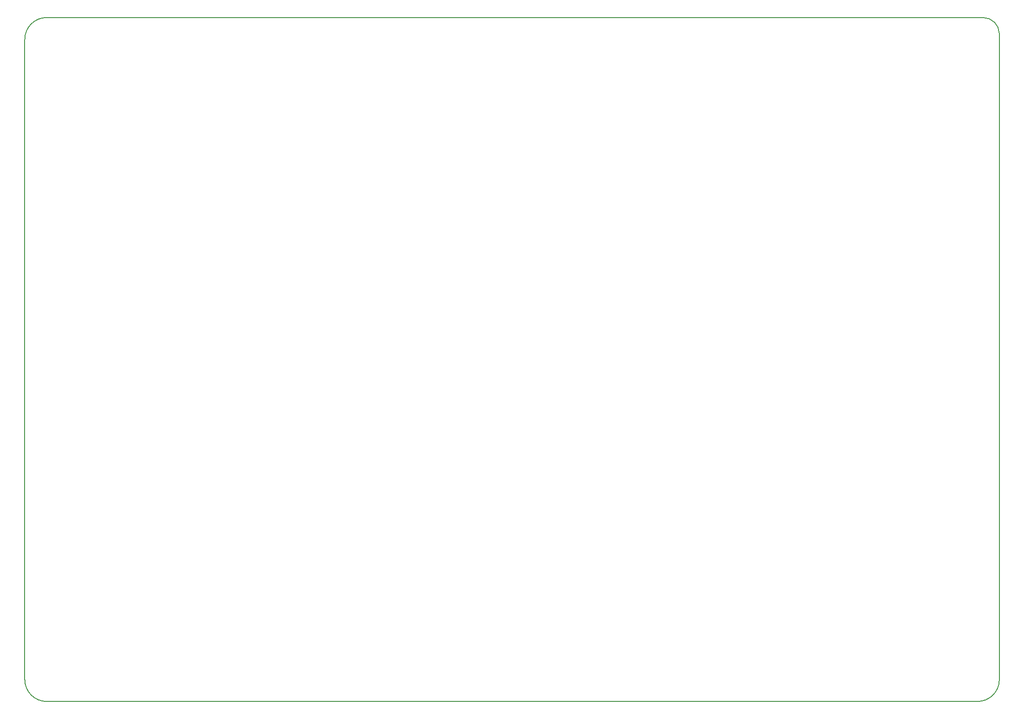
<source format=gko>
G04 #@! TF.FileFunction,Profile,NP*
%FSLAX46Y46*%
G04 Gerber Fmt 4.6, Leading zero omitted, Abs format (unit mm)*
G04 Created by KiCad (PCBNEW 4.0.4-stable) date 11/11/17 12:43:10*
%MOMM*%
%LPD*%
G01*
G04 APERTURE LIST*
%ADD10C,0.100000*%
%ADD11C,0.150000*%
G04 APERTURE END LIST*
D10*
D11*
X311000000Y-53000000D02*
X311000000Y-171000000D01*
X311000000Y-53000000D02*
G75*
G03X308000000Y-50000000I-3000000J0D01*
G01*
X307000000Y-175000000D02*
G75*
G03X311000000Y-171000000I0J4000000D01*
G01*
X133000000Y-171000000D02*
G75*
G03X137000000Y-175000000I4000000J0D01*
G01*
X137000000Y-50000000D02*
G75*
G03X133000000Y-54000000I0J-4000000D01*
G01*
X133000000Y-171000000D02*
X133000000Y-54000000D01*
X307000000Y-175000000D02*
X137000000Y-175000000D01*
X137000000Y-50000000D02*
X308000000Y-50000000D01*
M02*

</source>
